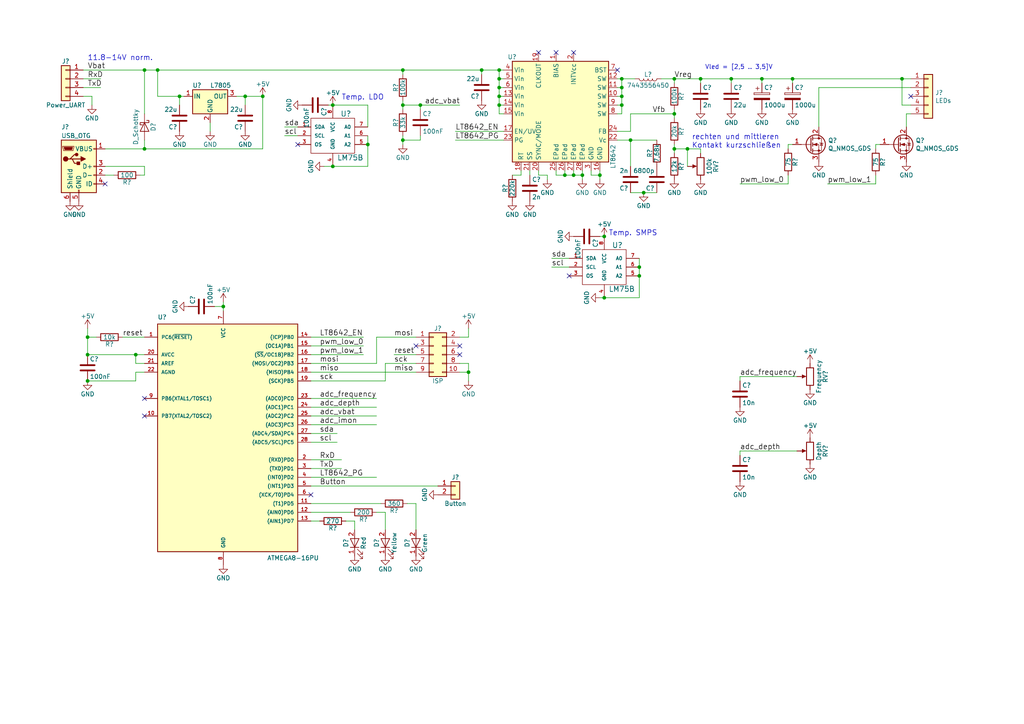
<source format=kicad_sch>
(kicad_sch (version 20211123) (generator eeschema)
  (paper "A4")
  (title_block (title "Waberinator") (date "2018-09-20") (rev "1") (company "Gras7 Labs"))
  (lib_symbols
    (symbol "Connector_Generic:Conn_01x05" (pin_names (offset 1.016) hide)
      (property "Reference" "J" (at 0 7.62 0))
      (property "Value" "Conn_01x05" (at 0 -7.62 0))
      (symbol "Conn_01x05_1_1"
        (pin passive line (at -5.08 5.08 0) (length 3.81) (name "Pin_1") (number "1"))
        (pin passive line (at -5.08 2.54 0) (length 3.81) (name "Pin_2") (number "2"))
        (pin passive line (at -5.08 0 0) (length 3.81) (name "Pin_3") (number "3"))
        (pin passive line (at -5.08 -2.54 0) (length 3.81) (name "Pin_4") (number "4"))
        (pin passive line (at -5.08 -5.08 0) (length 3.81) (name "Pin_5") (number "5"))
      )
    )
    (symbol "Device:Q_NMOS_GDS" (pin_names (offset 0) hide)
      (property "Reference" "Q" (at 5.08 1.27 0))
      (property "Value" "Q_NMOS_GDS" (at 5.08 -1.27 0))
      (symbol "Q_NMOS_GDS_1_1"
        (pin input line (at -5.08 0 0) (length 2.54) (name "G") (number "1"))
        (pin passive line (at 2.54 5.08 270) (length 2.54) (name "D") (number "2"))
        (pin passive line (at 2.54 -5.08 90) (length 2.54) (name "S") (number "3"))
      )
    )
    (symbol "Waberinator_rev1-rescue:+5V" (power) (pin_names (offset 0))
      (property "Value" "+5V" (at 0 3.556 0))
      (symbol "+5V_1_1"
        (pin power_in line (at 0 0 90) (length 0) hide (name "+5V") (number "1"))
      )
    )
    (symbol "Waberinator_rev1-rescue:ATMEGA8-16PU" (pin_names (offset 1.016))
      (property "Reference" "U" (at -19.05 33.02 0))
      (property "Value" "ATMEGA8-16PU" (at 12.7 -36.83 0))
      (symbol "ATMEGA8-16PU_1_1"
        (pin bidirectional line (at -22.86 27.94 0) (length 3.81) (name "PC6(~{RESET})") (number "1"))
        (pin bidirectional line (at -22.86 5.08 0) (length 3.81) (name "PB7(XTAL2/TOSC2)") (number "10"))
        (pin bidirectional line (at 25.4 -20.32 180) (length 3.81) (name "(T1)PD5") (number "11"))
        (pin bidirectional line (at 25.4 -22.86 180) (length 3.81) (name "(AIN0)PD6") (number "12"))
        (pin bidirectional line (at 25.4 -25.4 180) (length 3.81) (name "(AIN1)PD7") (number "13"))
        (pin bidirectional line (at 25.4 27.94 180) (length 3.81) (name "(ICP)PB0") (number "14"))
        (pin bidirectional line (at 25.4 25.4 180) (length 3.81) (name "(OC1A)PB1") (number "15"))
        (pin bidirectional line (at 25.4 22.86 180) (length 3.81) (name "(~{SS}/OC1B)PB2") (number "16"))
        (pin bidirectional line (at 25.4 20.32 180) (length 3.81) (name "(MOSI/OC2)PB3") (number "17"))
        (pin bidirectional line (at 25.4 17.78 180) (length 3.81) (name "(MISO)PB4") (number "18"))
        (pin bidirectional line (at 25.4 15.24 180) (length 3.81) (name "(SCK)PB5") (number "19"))
        (pin bidirectional line (at 25.4 -7.62 180) (length 3.81) (name "(RXD)PD0") (number "2"))
        (pin power_in line (at -22.86 22.86 0) (length 3.81) (name "AVCC") (number "20"))
        (pin bidirectional line (at -22.86 20.32 0) (length 3.81) (name "AREF") (number "21"))
        (pin power_in line (at -22.86 17.78 0) (length 3.81) (name "AGND") (number "22"))
        (pin bidirectional line (at 25.4 10.16 180) (length 3.81) (name "(ADC0)PC0") (number "23"))
        (pin bidirectional line (at 25.4 7.62 180) (length 3.81) (name "(ADC1)PC1") (number "24"))
        (pin bidirectional line (at 25.4 5.08 180) (length 3.81) (name "(ADC2)PC2") (number "25"))
        (pin bidirectional line (at 25.4 2.54 180) (length 3.81) (name "(ADC3)PC3") (number "26"))
        (pin bidirectional line (at 25.4 0 180) (length 3.81) (name "(ADC4/SDA)PC4") (number "27"))
        (pin bidirectional line (at 25.4 -2.54 180) (length 3.81) (name "(ADC5/SCL)PC5") (number "28"))
        (pin bidirectional line (at 25.4 -10.16 180) (length 3.81) (name "(TXD)PD1") (number "3"))
        (pin bidirectional line (at 25.4 -12.7 180) (length 3.81) (name "(INT0)PD2") (number "4"))
        (pin bidirectional line (at 25.4 -15.24 180) (length 3.81) (name "(INT1)PD3") (number "5"))
        (pin bidirectional line (at 25.4 -17.78 180) (length 3.81) (name "(XCK/T0)PD4") (number "6"))
        (pin power_in line (at 0 35.56 270) (length 3.81) (name "VCC") (number "7"))
        (pin power_in line (at 0 -38.1 90) (length 3.81) (name "GND") (number "8"))
        (pin bidirectional line (at -22.86 10.16 0) (length 3.81) (name "PB6(XTAL1/TOSC1)") (number "9"))
      )
    )
    (symbol "Waberinator_rev1-rescue:C" (pin_numbers hide) (pin_names (offset 0.254))
      (property "Reference" "C" (at 0.635 2.54 0))
      (property "Value" "C" (at 0.635 -2.54 0))
      (symbol "C_1_1"
        (pin passive line (at 0 3.81 270) (length 2.794) (name "~") (number "1"))
        (pin passive line (at 0 -3.81 90) (length 2.794) (name "~") (number "2"))
      )
    )
    (symbol "Waberinator_rev1-rescue:CP" (pin_numbers hide) (pin_names (offset 0.254))
      (property "Reference" "C" (at 0.635 2.54 0))
      (property "Value" "CP" (at 0.635 -2.54 0))
      (symbol "CP_1_1"
        (pin passive line (at 0 3.81 270) (length 2.794) (name "~") (number "1"))
        (pin passive line (at 0 -3.81 90) (length 2.794) (name "~") (number "2"))
      )
    )
    (symbol "Waberinator_rev1-rescue:Conn_01x02" (pin_names (offset 1.016) hide)
      (property "Reference" "J" (at 0 2.54 0))
      (property "Value" "Conn_01x02" (at 0 -5.08 0))
      (symbol "Conn_01x02_1_1"
        (pin passive line (at -5.08 0 0) (length 3.81) (name "Pin_1") (number "1"))
        (pin passive line (at -5.08 -2.54 0) (length 3.81) (name "Pin_2") (number "2"))
      )
    )
    (symbol "Waberinator_rev1-rescue:Conn_01x04" (pin_names (offset 1.016) hide)
      (property "Reference" "J" (at 0 5.08 0))
      (property "Value" "Conn_01x04" (at 0 -7.62 0))
      (symbol "Conn_01x04_1_1"
        (pin passive line (at -5.08 2.54 0) (length 3.81) (name "Pin_1") (number "1"))
        (pin passive line (at -5.08 0 0) (length 3.81) (name "Pin_2") (number "2"))
        (pin passive line (at -5.08 -2.54 0) (length 3.81) (name "Pin_3") (number "3"))
        (pin passive line (at -5.08 -5.08 0) (length 3.81) (name "Pin_4") (number "4"))
      )
    )
    (symbol "Waberinator_rev1-rescue:Conn_02x05_Odd_Even" (pin_names (offset 1.016) hide)
      (property "Reference" "J" (at 1.27 7.62 0))
      (property "Value" "Conn_02x05_Odd_Even" (at 1.27 -7.62 0))
      (symbol "Conn_02x05_Odd_Even_1_1"
        (pin passive line (at -5.08 5.08 0) (length 3.81) (name "Pin_1") (number "1"))
        (pin passive line (at 7.62 -5.08 180) (length 3.81) (name "Pin_10") (number "10"))
        (pin passive line (at 7.62 5.08 180) (length 3.81) (name "Pin_2") (number "2"))
        (pin passive line (at -5.08 2.54 0) (length 3.81) (name "Pin_3") (number "3"))
        (pin passive line (at 7.62 2.54 180) (length 3.81) (name "Pin_4") (number "4"))
        (pin passive line (at -5.08 0 0) (length 3.81) (name "Pin_5") (number "5"))
        (pin passive line (at 7.62 0 180) (length 3.81) (name "Pin_6") (number "6"))
        (pin passive line (at -5.08 -2.54 0) (length 3.81) (name "Pin_7") (number "7"))
        (pin passive line (at 7.62 -2.54 180) (length 3.81) (name "Pin_8") (number "8"))
        (pin passive line (at -5.08 -5.08 0) (length 3.81) (name "Pin_9") (number "9"))
      )
    )
    (symbol "Waberinator_rev1-rescue:D_Schottky" (pin_numbers hide) (pin_names (offset 1.016) hide)
      (property "Reference" "D" (at 0 2.54 0))
      (property "Value" "D_Schottky" (at 0 -2.54 0))
      (symbol "D_Schottky_1_1"
        (pin passive line (at -3.81 0 0) (length 2.54) (name "K") (number "1"))
        (pin passive line (at 3.81 0 180) (length 2.54) (name "A") (number "2"))
      )
    )
    (symbol "Waberinator_rev1-rescue:GND" (power) (pin_names (offset 0))
      (property "Value" "GND" (at 0 -3.81 0))
      (symbol "GND_1_1"
        (pin power_in line (at 0 0 270) (length 0) hide (name "GND") (number "1"))
      )
    )
    (symbol "Waberinator_rev1-rescue:L" (pin_numbers hide) (pin_names (offset 1.016) hide)
      (property "Reference" "L" (at -1.27 0 90))
      (property "Value" "L" (at 1.905 0 90))
      (symbol "L_1_1"
        (pin passive line (at 0 3.81 270) (length 1.27) (name "1") (number "1"))
        (pin passive line (at 0 -3.81 90) (length 1.27) (name "2") (number "2"))
      )
    )
    (symbol "Waberinator_rev1-rescue:L7805" (pin_names (offset 0.254))
      (property "Reference" "U" (at -3.81 3.175 0))
      (property "Value" "L7805" (at 0 3.175 0))
      (symbol "L7805_1_1"
        (pin power_in line (at -7.62 0 0) (length 2.54) (name "IN") (number "1"))
        (pin power_in line (at 0 -7.62 90) (length 2.54) (name "GND") (number "2"))
        (pin power_out line (at 7.62 0 180) (length 2.54) (name "OUT") (number "3"))
      )
    )
    (symbol "Waberinator_rev1-rescue:LED" (pin_names (offset 1.016) hide)
      (property "Reference" "D" (at 0 2.54 0))
      (property "Value" "LED" (at 0 -2.54 0))
      (symbol "LED_1_1"
        (pin passive line (at -3.81 0 0) (length 2.54) (name "K") (number "1"))
        (pin passive line (at 3.81 0 180) (length 2.54) (name "A") (number "2"))
      )
    )
    (symbol "Waberinator_rev1-rescue:LM75B" (pin_names (offset 1.016))
      (property "Reference" "U" (at 3.81 6.35 0))
      (property "Value" "LM75B" (at 5.08 -6.35 0))
      (symbol "LM75B_1_1"
        (pin input line (at -10.16 2.54 0) (length 3.81) (name "SDA") (number "1"))
        (pin input line (at -10.16 0 0) (length 3.81) (name "SCL") (number "2"))
        (pin input line (at -10.16 -2.54 0) (length 3.81) (name "OS") (number "3"))
        (pin input line (at 0 -8.89 90) (length 3.81) (name "GND") (number "4"))
        (pin input line (at 10.16 -2.54 180) (length 3.81) (name "A2") (number "5"))
        (pin input line (at 10.16 0 180) (length 3.81) (name "A1") (number "6"))
        (pin input line (at 10.16 2.54 180) (length 3.81) (name "A0") (number "7"))
        (pin input line (at 0 8.89 270) (length 3.81) (name "VCC") (number "8"))
      )
    )
    (symbol "Waberinator_rev1-rescue:LT8642"
      (property "Reference" "U" (at 5.08 -1.27 0))
      (property "Value" "LT8642" (at 35.56 -33.02 0))
      (symbol "LT8642_1_1"
        (pin input line (at 15.24 0 270) (length 2.54) (name "BIAS") (number "1"))
        (pin input line (at 33.02 -12.7 180) (length 2.54) (name "SW") (number "10"))
        (pin input line (at 33.02 -10.16 180) (length 2.54) (name "SW") (number "11"))
        (pin input line (at 33.02 -7.62 180) (length 2.54) (name "SW") (number "12"))
        (pin input line (at 0 -12.7 0) (length 2.54) (name "Vin") (number "13"))
        (pin input line (at 0 -15.24 0) (length 2.54) (name "Vin") (number "14"))
        (pin input line (at 0 -17.78 0) (length 2.54) (name "Vin") (number "15"))
        (pin input line (at 27.94 -34.29 90) (length 2.54) (name "GND") (number "16"))
        (pin input line (at 0 -22.86 0) (length 2.54) (name "EN/UV") (number "17"))
        (pin input line (at 5.08 -34.29 90) (length 2.54) (name "RT") (number "18"))
        (pin input line (at 10.16 0 270) (length 2.54) (name "CLKOUT") (number "19"))
        (pin input line (at 20.32 0 270) (length 2.54) (name "INTVcc") (number "2"))
        (pin input line (at 10.16 -34.29 90) (length 2.54) (name "SYNC/MODE") (number "20"))
        (pin input line (at 7.62 -34.29 90) (length 2.54) (name "SS") (number "21"))
        (pin input line (at 33.02 -25.4 180) (length 2.54) (name "Vc") (number "22"))
        (pin input line (at 0 -25.4 0) (length 2.54) (name "PG") (number "23"))
        (pin input line (at 33.02 -22.86 180) (length 2.54) (name "FB") (number "24"))
        (pin input line (at 15.24 -34.29 90) (length 2.54) (name "EPad") (number "25"))
        (pin input line (at 17.78 -34.29 90) (length 2.54) (name "EPad") (number "26"))
        (pin input line (at 20.32 -34.29 90) (length 2.54) (name "EPad") (number "27"))
        (pin input line (at 22.86 -34.29 90) (length 2.54) (name "EPad") (number "28"))
        (pin input line (at 25.4 -34.29 90) (length 2.54) (name "GND") (number "3"))
        (pin input line (at 0 -5.08 0) (length 2.54) (name "Vin") (number "4"))
        (pin input line (at 0 -7.62 0) (length 2.54) (name "Vin") (number "5"))
        (pin input line (at 0 -10.16 0) (length 2.54) (name "Vin") (number "6"))
        (pin input line (at 33.02 -5.08 180) (length 2.54) (name "BST") (number "7"))
        (pin input line (at 33.02 -17.78 180) (length 2.54) (name "SW") (number "8"))
        (pin input line (at 33.02 -15.24 180) (length 2.54) (name "SW") (number "9"))
      )
    )
    (symbol "Waberinator_rev1-rescue:POT" (pin_numbers hide) (pin_names (offset 1.016) hide)
      (property "Reference" "RV" (at -4.445 0 90))
      (property "Value" "POT" (at -2.54 0 90))
      (symbol "POT_1_1"
        (pin passive line (at 0 3.81 270) (length 1.27) (name "1") (number "1"))
        (pin passive line (at 3.81 0 180) (length 1.27) (name "2") (number "2"))
        (pin passive line (at 0 -3.81 90) (length 1.27) (name "3") (number "3"))
      )
    )
    (symbol "Waberinator_rev1-rescue:R" (pin_numbers hide) (pin_names (offset 0))
      (property "Reference" "R" (at 2.032 0 90))
      (property "Value" "R" (at 0 0 90))
      (symbol "R_1_1"
        (pin passive line (at 0 3.81 270) (length 1.27) (name "~") (number "1"))
        (pin passive line (at 0 -3.81 90) (length 1.27) (name "~") (number "2"))
      )
    )
    (symbol "Waberinator_rev1-rescue:USB_OTG" (pin_names (offset 1.016))
      (property "Reference" "J" (at -5.08 11.43 0))
      (property "Value" "USB_OTG" (at -5.08 8.89 0))
      (symbol "USB_OTG_1_1"
        (pin power_in line (at 7.62 5.08 180) (length 2.54) (name "VBUS") (number "1"))
        (pin passive line (at 7.62 -2.54 180) (length 2.54) (name "D-") (number "2"))
        (pin passive line (at 7.62 0 180) (length 2.54) (name "D+") (number "3"))
        (pin passive line (at 7.62 -5.08 180) (length 2.54) (name "ID") (number "4"))
        (pin power_in line (at 0 -10.16 90) (length 2.54) (name "GND") (number "5"))
        (pin passive line (at -2.54 -10.16 90) (length 2.54) (name "Shield") (number "6"))
      )
    )
  )
  (junction (at 144.78 22.86))
  (junction (at 173.99 50.8))
  (junction (at 180.34 30.48))
  (junction (at 166.37 50.8))
  (junction (at 144.78 27.94))
  (junction (at 139.7 20.32))
  (junction (at 64.77 88.9))
  (junction (at 182.88 40.64))
  (junction (at 96.52 48.26))
  (junction (at 45.72 20.32))
  (junction (at 185.42 77.47))
  (junction (at 76.2 27.94))
  (junction (at 195.58 22.86))
  (junction (at 144.78 20.32))
  (junction (at 25.4 110.49))
  (junction (at 180.34 25.4))
  (junction (at 41.91 20.32))
  (junction (at 25.4 102.87))
  (junction (at 186.69 55.88))
  (junction (at 121.92 30.48))
  (junction (at 144.78 30.48))
  (junction (at 212.09 22.86))
  (junction (at 175.26 68.58))
  (junction (at 168.91 50.8))
  (junction (at 220.98 22.86))
  (junction (at 229.87 22.86))
  (junction (at 180.34 22.86))
  (junction (at 163.83 50.8))
  (junction (at 25.4 97.79))
  (junction (at 261.62 22.86))
  (junction (at 185.42 80.01))
  (junction (at 195.58 33.02))
  (junction (at 116.84 20.32))
  (junction (at 116.84 40.64))
  (junction (at 116.84 30.48))
  (junction (at 144.78 25.4))
  (junction (at 180.34 27.94))
  (junction (at 203.2 22.86))
  (junction (at 175.26 86.36))
  (junction (at 41.91 43.18))
  (junction (at 71.12 27.94))
  (junction (at 52.07 27.94))
  (junction (at 96.52 30.48))
  (junction (at 195.58 43.18))
  (junction (at 135.89 107.95))
  (junction (at 39.37 102.87))
  (junction (at 199.39 43.18))
  (junction (at 106.68 41.91))
  (no_connect (at 133.35 100.33))
  (no_connect (at 264.16 27.94))
  (no_connect (at 90.17 143.51))
  (no_connect (at 41.91 115.57))
  (no_connect (at 30.48 53.34))
  (no_connect (at 120.65 100.33))
  (no_connect (at 156.21 15.24))
  (no_connect (at 161.29 15.24))
  (no_connect (at 41.91 120.65))
  (no_connect (at 166.37 15.24))
  (no_connect (at 179.07 20.32))
  (no_connect (at 165.1 80.01))
  (no_connect (at 86.36 41.91))
  (no_connect (at 133.35 102.87))
  (wire (pts (xy 156.21 49.53) (xy 156.21 50.8)))
  (wire (pts (xy 71.12 27.94) (xy 68.58 27.94)))
  (wire (pts (xy 116.84 40.64) (xy 121.92 40.64)))
  (wire (pts (xy 135.89 105.41) (xy 135.89 107.95)))
  (wire (pts (xy 168.91 50.8) (xy 166.37 50.8)))
  (wire (pts (xy 182.88 40.64) (xy 190.5 40.64)))
  (wire (pts (xy 139.7 21.59) (xy 139.7 20.32)))
  (wire (pts (xy 184.15 22.86) (xy 180.34 22.86)))
  (wire (pts (xy 173.99 50.8) (xy 173.99 49.53)))
  (wire (pts (xy 237.49 25.4) (xy 237.49 36.83)))
  (wire (pts (xy 214.63 132.08) (xy 214.63 130.81)))
  (wire (pts (xy 76.2 27.94) (xy 76.2 43.18)))
  (wire (pts (xy 163.83 49.53) (xy 163.83 50.8)))
  (wire (pts (xy 52.07 27.94) (xy 45.72 27.94)))
  (wire (pts (xy 185.42 77.47) (xy 185.42 80.01)))
  (wire (pts (xy 41.91 20.32) (xy 45.72 20.32)))
  (wire (pts (xy 33.02 50.8) (xy 30.48 50.8)))
  (wire (pts (xy 199.39 43.18) (xy 195.58 43.18)))
  (wire (pts (xy 39.37 102.87) (xy 41.91 102.87)))
  (wire (pts (xy 64.77 87.63) (xy 64.77 88.9)))
  (wire (pts (xy 146.05 22.86) (xy 144.78 22.86)))
  (wire (pts (xy 25.4 95.25) (xy 25.4 97.79)))
  (wire (pts (xy 166.37 49.53) (xy 166.37 50.8)))
  (wire (pts (xy 120.65 146.05) (xy 120.65 153.67)))
  (wire (pts (xy 106.68 48.26) (xy 96.52 48.26)))
  (wire (pts (xy 96.52 48.26) (xy 93.98 48.26)))
  (wire (pts (xy 24.13 25.4) (xy 29.21 25.4)))
  (wire (pts (xy 25.4 102.87) (xy 39.37 102.87)))
  (wire (pts (xy 151.13 49.53) (xy 151.13 50.8)))
  (wire (pts (xy 90.17 105.41) (xy 109.22 105.41)))
  (wire (pts (xy 195.58 22.86) (xy 195.58 24.13)))
  (wire (pts (xy 100.33 151.13) (xy 102.87 151.13)))
  (wire (pts (xy 171.45 49.53) (xy 171.45 50.8)))
  (wire (pts (xy 109.22 97.79) (xy 120.65 97.79)))
  (wire (pts (xy 146.05 33.02) (xy 144.78 33.02)))
  (wire (pts (xy 180.34 25.4) (xy 180.34 27.94)))
  (wire (pts (xy 199.39 43.18) (xy 199.39 48.26)))
  (wire (pts (xy 180.34 33.02) (xy 179.07 33.02)))
  (wire (pts (xy 144.78 27.94) (xy 144.78 25.4)))
  (wire (pts (xy 106.68 39.37) (xy 106.68 41.91)))
  (wire (pts (xy 135.89 107.95) (xy 133.35 107.95)))
  (wire (pts (xy 90.17 140.97) (xy 127 140.97)))
  (wire (pts (xy 76.2 27.94) (xy 71.12 27.94)))
  (wire (pts (xy 179.07 25.4) (xy 180.34 25.4)))
  (wire (pts (xy 182.88 33.02) (xy 195.58 33.02)))
  (wire (pts (xy 111.76 105.41) (xy 111.76 110.49)))
  (wire (pts (xy 203.2 43.18) (xy 199.39 43.18)))
  (wire (pts (xy 90.17 115.57) (xy 109.22 115.57)))
  (wire (pts (xy 39.37 110.49) (xy 25.4 110.49)))
  (wire (pts (xy 144.78 33.02) (xy 144.78 30.48)))
  (wire (pts (xy 182.88 48.26) (xy 182.88 40.64)))
  (wire (pts (xy 185.42 86.36) (xy 175.26 86.36)))
  (wire (pts (xy 90.17 110.49) (xy 111.76 110.49)))
  (wire (pts (xy 110.49 146.05) (xy 90.17 146.05)))
  (wire (pts (xy 96.52 30.48) (xy 106.68 30.48)))
  (wire (pts (xy 45.72 20.32) (xy 116.84 20.32)))
  (wire (pts (xy 41.91 107.95) (xy 39.37 107.95)))
  (wire (pts (xy 111.76 105.41) (xy 120.65 105.41)))
  (wire (pts (xy 229.87 22.86) (xy 229.87 24.13)))
  (wire (pts (xy 90.17 125.73) (xy 97.79 125.73)))
  (wire (pts (xy 156.21 50.8) (xy 158.75 50.8)))
  (wire (pts (xy 132.08 40.64) (xy 146.05 40.64)))
  (wire (pts (xy 109.22 148.59) (xy 111.76 148.59)))
  (wire (pts (xy 212.09 24.13) (xy 212.09 22.86)))
  (wire (pts (xy 158.75 50.8) (xy 158.75 52.07)))
  (wire (pts (xy 90.17 128.27) (xy 97.79 128.27)))
  (wire (pts (xy 90.17 151.13) (xy 92.71 151.13)))
  (wire (pts (xy 171.45 50.8) (xy 173.99 50.8)))
  (wire (pts (xy 118.11 146.05) (xy 120.65 146.05)))
  (wire (pts (xy 195.58 33.02) (xy 195.58 34.29)))
  (wire (pts (xy 195.58 41.91) (xy 195.58 43.18)))
  (wire (pts (xy 146.05 27.94) (xy 144.78 27.94)))
  (wire (pts (xy 185.42 80.01) (xy 185.42 86.36)))
  (wire (pts (xy 203.2 44.45) (xy 203.2 43.18)))
  (wire (pts (xy 203.2 24.13) (xy 203.2 22.86)))
  (wire (pts (xy 264.16 33.02) (xy 262.89 33.02)))
  (wire (pts (xy 190.5 55.88) (xy 186.69 55.88)))
  (wire (pts (xy 24.13 27.94) (xy 26.67 27.94)))
  (wire (pts (xy 264.16 30.48) (xy 261.62 30.48)))
  (wire (pts (xy 121.92 40.64) (xy 121.92 39.37)))
  (wire (pts (xy 25.4 97.79) (xy 27.94 97.79)))
  (wire (pts (xy 165.1 74.93) (xy 160.02 74.93)))
  (wire (pts (xy 116.84 20.32) (xy 139.7 20.32)))
  (wire (pts (xy 111.76 148.59) (xy 111.76 153.67)))
  (wire (pts (xy 173.99 52.07) (xy 173.99 50.8)))
  (wire (pts (xy 121.92 31.75) (xy 121.92 30.48)))
  (wire (pts (xy 30.48 48.26) (xy 41.91 48.26)))
  (wire (pts (xy 180.34 30.48) (xy 180.34 33.02)))
  (wire (pts (xy 105.41 100.33) (xy 90.17 100.33)))
  (wire (pts (xy 254 53.34) (xy 254 50.8)))
  (wire (pts (xy 195.58 43.18) (xy 195.58 44.45)))
  (wire (pts (xy 45.72 27.94) (xy 45.72 20.32)))
  (wire (pts (xy 26.67 27.94) (xy 26.67 30.48)))
  (wire (pts (xy 64.77 88.9) (xy 62.23 88.9)))
  (wire (pts (xy 220.98 22.86) (xy 220.98 24.13)))
  (wire (pts (xy 144.78 25.4) (xy 144.78 22.86)))
  (wire (pts (xy 261.62 22.86) (xy 229.87 22.86)))
  (wire (pts (xy 109.22 97.79) (xy 109.22 105.41)))
  (wire (pts (xy 228.6 43.18) (xy 228.6 41.91)))
  (wire (pts (xy 135.89 97.79) (xy 135.89 95.25)))
  (wire (pts (xy 64.77 88.9) (xy 64.77 90.17)))
  (wire (pts (xy 144.78 22.86) (xy 144.78 20.32)))
  (wire (pts (xy 179.07 38.1) (xy 182.88 38.1)))
  (wire (pts (xy 135.89 107.95) (xy 135.89 110.49)))
  (wire (pts (xy 116.84 41.91) (xy 116.84 40.64)))
  (wire (pts (xy 90.17 138.43) (xy 109.22 138.43)))
  (wire (pts (xy 30.48 43.18) (xy 41.91 43.18)))
  (wire (pts (xy 99.06 135.89) (xy 90.17 135.89)))
  (wire (pts (xy 168.91 49.53) (xy 168.91 50.8)))
  (wire (pts (xy 173.99 68.58) (xy 175.26 68.58)))
  (wire (pts (xy 228.6 53.34) (xy 228.6 50.8)))
  (wire (pts (xy 102.87 151.13) (xy 102.87 153.67)))
  (wire (pts (xy 214.63 110.49) (xy 214.63 109.22)))
  (wire (pts (xy 163.83 50.8) (xy 161.29 50.8)))
  (wire (pts (xy 160.02 77.47) (xy 165.1 77.47)))
  (wire (pts (xy 41.91 20.32) (xy 41.91 33.02)))
  (wire (pts (xy 116.84 30.48) (xy 116.84 29.21)))
  (wire (pts (xy 195.58 22.86) (xy 203.2 22.86)))
  (wire (pts (xy 106.68 30.48) (xy 106.68 36.83)))
  (wire (pts (xy 95.25 30.48) (xy 96.52 30.48)))
  (wire (pts (xy 161.29 50.8) (xy 161.29 49.53)))
  (wire (pts (xy 146.05 25.4) (xy 144.78 25.4)))
  (wire (pts (xy 90.17 133.35) (xy 99.06 133.35)))
  (wire (pts (xy 264.16 25.4) (xy 237.49 25.4)))
  (wire (pts (xy 212.09 22.86) (xy 220.98 22.86)))
  (wire (pts (xy 254 43.18) (xy 254 41.91)))
  (wire (pts (xy 214.63 109.22) (xy 231.14 109.22)))
  (wire (pts (xy 114.3 102.87) (xy 120.65 102.87)))
  (wire (pts (xy 179.07 27.94) (xy 180.34 27.94)))
  (wire (pts (xy 195.58 31.75) (xy 195.58 33.02)))
  (wire (pts (xy 24.13 20.32) (xy 41.91 20.32)))
  (wire (pts (xy 86.36 36.83) (xy 82.55 36.83)))
  (wire (pts (xy 203.2 22.86) (xy 212.09 22.86)))
  (wire (pts (xy 41.91 40.64) (xy 41.91 43.18)))
  (wire (pts (xy 179.07 40.64) (xy 182.88 40.64)))
  (wire (pts (xy 175.26 86.36) (xy 173.99 86.36)))
  (wire (pts (xy 133.35 105.41) (xy 135.89 105.41)))
  (wire (pts (xy 144.78 30.48) (xy 144.78 27.94)))
  (wire (pts (xy 228.6 41.91) (xy 229.87 41.91)))
  (wire (pts (xy 60.96 38.1) (xy 60.96 35.56)))
  (wire (pts (xy 214.63 53.34) (xy 228.6 53.34)))
  (wire (pts (xy 121.92 30.48) (xy 133.35 30.48)))
  (wire (pts (xy 254 41.91) (xy 255.27 41.91)))
  (wire (pts (xy 262.89 33.02) (xy 262.89 36.83)))
  (wire (pts (xy 116.84 40.64) (xy 116.84 39.37)))
  (wire (pts (xy 168.91 52.07) (xy 168.91 50.8)))
  (wire (pts (xy 53.34 27.94) (xy 52.07 27.94)))
  (wire (pts (xy 264.16 22.86) (xy 261.62 22.86)))
  (wire (pts (xy 182.88 38.1) (xy 182.88 33.02)))
  (wire (pts (xy 146.05 30.48) (xy 144.78 30.48)))
  (wire (pts (xy 179.07 30.48) (xy 180.34 30.48)))
  (wire (pts (xy 116.84 30.48) (xy 121.92 30.48)))
  (wire (pts (xy 39.37 105.41) (xy 39.37 102.87)))
  (wire (pts (xy 25.4 97.79) (xy 25.4 102.87)))
  (wire (pts (xy 261.62 30.48) (xy 261.62 22.86)))
  (wire (pts (xy 166.37 50.8) (xy 163.83 50.8)))
  (wire (pts (xy 41.91 105.41) (xy 39.37 105.41)))
  (wire (pts (xy 214.63 130.81) (xy 231.14 130.81)))
  (wire (pts (xy 41.91 50.8) (xy 40.64 50.8)))
  (wire (pts (xy 39.37 107.95) (xy 39.37 110.49)))
  (wire (pts (xy 90.17 107.95) (xy 120.65 107.95)))
  (wire (pts (xy 180.34 22.86) (xy 180.34 25.4)))
  (wire (pts (xy 116.84 21.59) (xy 116.84 20.32)))
  (wire (pts (xy 240.03 53.34) (xy 254 53.34)))
  (wire (pts (xy 52.07 30.48) (xy 52.07 27.94)))
  (wire (pts (xy 139.7 20.32) (xy 144.78 20.32)))
  (wire (pts (xy 41.91 97.79) (xy 35.56 97.79)))
  (wire (pts (xy 90.17 148.59) (xy 101.6 148.59)))
  (wire (pts (xy 116.84 31.75) (xy 116.84 30.48)))
  (wire (pts (xy 180.34 27.94) (xy 180.34 30.48)))
  (wire (pts (xy 106.68 41.91) (xy 106.68 48.26)))
  (wire (pts (xy 82.55 39.37) (xy 86.36 39.37)))
  (wire (pts (xy 133.35 97.79) (xy 135.89 97.79)))
  (wire (pts (xy 186.69 55.88) (xy 182.88 55.88)))
  (wire (pts (xy 71.12 27.94) (xy 71.12 30.48)))
  (wire (pts (xy 109.22 118.11) (xy 90.17 118.11)))
  (wire (pts (xy 144.78 20.32) (xy 146.05 20.32)))
  (wire (pts (xy 132.08 38.1) (xy 146.05 38.1)))
  (wire (pts (xy 24.13 22.86) (xy 29.21 22.86)))
  (wire (pts (xy 109.22 120.65) (xy 90.17 120.65)))
  (wire (pts (xy 185.42 74.93) (xy 185.42 77.47)))
  (wire (pts (xy 90.17 102.87) (xy 105.41 102.87)))
  (wire (pts (xy 179.07 22.86) (xy 180.34 22.86)))
  (wire (pts (xy 153.67 50.8) (xy 153.67 49.53)))
  (wire (pts (xy 220.98 22.86) (xy 229.87 22.86)))
  (wire (pts (xy 90.17 97.79) (xy 105.41 97.79)))
  (wire (pts (xy 191.77 22.86) (xy 195.58 22.86)))
  (wire (pts (xy 109.22 123.19) (xy 90.17 123.19)))
  (wire (pts (xy 41.91 48.26) (xy 41.91 50.8)))
  (wire (pts (xy 41.91 43.18) (xy 76.2 43.18)))
  (wire (pts (xy 151.13 50.8) (xy 148.59 50.8)))
  (text "Temp. LDO" (at 99.06 29.21 0) (effects (font (size 1.524 1.524)) (justify left bottom)))
  (text "Temp. SMPS" (at 176.53 68.58 0) (effects (font (size 1.524 1.524)) (justify left bottom)))
  (text "Vled = [2,5 .. 3,5]V" (at 204.47 20.32 0) (effects (font (size 1.27 1.27)) (justify left bottom)))
  (text "rechten und mittleren \nKontakt kurzschließen" (at 200.66 43.18 0) (effects (font (size 1.524 1.524)) (justify left bottom)))
  (text "11.8-14V norm." (at 25.4 17.78 0) (effects (font (size 1.524 1.524)) (justify left bottom)))
  (label "Vfb" (at 189.23 33.02 0) (effects (font (size 1.524 1.524))))
  (label "sda" (at 82.55 36.83 0) (effects (font (size 1.524 1.524))))
  (label "reset" (at 114.3 102.87 0) (effects (font (size 1.524 1.524))))
  (label "adc_frequency" (at 214.63 109.22 0) (effects (font (size 1.524 1.524))))
  (label "pwm_low_0" (at 92.71 100.33 0) (effects (font (size 1.524 1.524))))
  (label "pwm_low_0" (at 214.63 53.34 0) (effects (font (size 1.524 1.524))))
  (label "adc_depth" (at 92.71 118.11 0) (effects (font (size 1.524 1.524))))
  (label "mosi" (at 114.3 97.79 0) (effects (font (size 1.524 1.524))))
  (label "pwm_low_1" (at 92.71 102.87 0) (effects (font (size 1.524 1.524))))
  (label "adc_vbat" (at 92.71 120.65 0) (effects (font (size 1.524 1.524))))
  (label "Button" (at 92.71 140.97 0) (effects (font (size 1.524 1.524))))
  (label "scl" (at 160.02 77.47 0) (effects (font (size 1.524 1.524))))
  (label "mosi" (at 92.71 105.41 0) (effects (font (size 1.524 1.524))))
  (label "sda" (at 160.02 74.93 0) (effects (font (size 1.524 1.524))))
  (label "sda" (at 92.71 125.73 0) (effects (font (size 1.524 1.524))))
  (label "TxD" (at 25.4 25.4 0) (effects (font (size 1.524 1.524))))
  (label "LT8642_EN" (at 132.08 38.1 0) (effects (font (size 1.524 1.524))))
  (label "TxD" (at 92.71 135.89 0) (effects (font (size 1.524 1.524))))
  (label "sck" (at 92.71 110.49 0) (effects (font (size 1.524 1.524))))
  (label "Vreg" (at 195.58 22.86 0) (effects (font (size 1.524 1.524))))
  (label "Vbat" (at 25.4 20.32 0) (effects (font (size 1.524 1.524))))
  (label "RxD" (at 92.71 133.35 0) (effects (font (size 1.524 1.524))))
  (label "sck" (at 114.3 105.41 0) (effects (font (size 1.524 1.524))))
  (label "miso" (at 114.3 107.95 0) (effects (font (size 1.524 1.524))))
  (label "scl" (at 92.71 128.27 0) (effects (font (size 1.524 1.524))))
  (label "miso" (at 92.71 107.95 0) (effects (font (size 1.524 1.524))))
  (label "reset" (at 35.56 97.79 0) (effects (font (size 1.524 1.524))))
  (label "adc_depth" (at 214.63 130.81 0) (effects (font (size 1.524 1.524))))
  (label "LT8642_EN" (at 92.71 97.79 0) (effects (font (size 1.524 1.524))))
  (label "scl" (at 82.55 39.37 0) (effects (font (size 1.524 1.524))))
  (label "pwm_low_1" (at 240.03 53.34 0) (effects (font (size 1.524 1.524))))
  (label "LT8642_PG" (at 132.08 40.64 0) (effects (font (size 1.524 1.524))))
  (label "adc_frequency" (at 92.71 115.57 0) (effects (font (size 1.524 1.524))))
  (label "RxD" (at 25.4 22.86 0) (effects (font (size 1.524 1.524))))
  (label "adc_imon" (at 92.71 123.19 0) (effects (font (size 1.524 1.524))))
  (label "adc_vbat" (at 123.19 30.48 0) (effects (font (size 1.524 1.524))))
  (label "LT8642_PG" (at 92.71 138.43 0) (effects (font (size 1.524 1.524))))
  (symbol (lib_id "Waberinator_rev1-rescue:ATMEGA8-16PU") (at 64.77 125.73 0) (unit 1)
    (property "Reference" "U?" (at 45.72 92.71 0) (effects (justify left bottom)))
    (property "Value" "ATMEGA8-16PU" (at 77.47 162.56 0) (effects (justify left bottom)))
    (property "Footprint" "Package_DIP:DIP-28_W7.62mm_Socket_LongPads" (effects hide))
  )
  (symbol (lib_id "Waberinator_rev1-rescue:L7805") (at 60.96 27.94 0) (unit 1)
    (property "Reference" "U?" (at 57.15 24.765 0))
    (property "Value" "L7805" (at 60.96 24.765 0) (effects (justify left)))
    (property "Footprint" "Package_TO_SOT_THT:TO-220F-3_Horizontal_TabDown" (effects hide))
  )
  (symbol (lib_id "Waberinator_rev1-rescue:Conn_01x04") (at 19.05 22.86 0) (mirror y) (unit 1)
    (property "Reference" "J?" (at 19.05 17.78 0))
    (property "Value" "Power_UART" (at 19.05 30.48 0))
    (property "Footprint" "Connector_JST:JST_XH_B04B-XH-A_1x04_P2.50mm_Vertical" (effects hide))
  )
  (symbol (lib_id "Waberinator_rev1-rescue:GND") (at 26.67 30.48 0) (unit 1)
    (property "Reference" "#PWR?" (effects hide))
    (property "Value" "GND" (at 26.67 34.29 0))
  )
  (symbol (lib_id "Waberinator_rev1-rescue:GND") (at 60.96 38.1 0) (unit 1)
    (property "Reference" "#PWR?" (effects hide))
    (property "Value" "GND" (at 60.96 41.91 0))
  )
  (symbol (lib_id "Waberinator_rev1-rescue:+5V") (at 76.2 27.94 0) (unit 1)
    (property "Reference" "#PWR?" (effects hide))
    (property "Value" "+5V" (at 76.2 24.384 0))
  )
  (symbol (lib_id "Waberinator_rev1-rescue:+5V") (at 64.77 87.63 0) (unit 1)
    (property "Reference" "#PWR?" (effects hide))
    (property "Value" "+5V" (at 64.77 84.074 0))
  )
  (symbol (lib_id "Waberinator_rev1-rescue:Conn_02x05_Odd_Even") (at 125.73 102.87 0) (unit 1)
    (property "Reference" "J?" (at 127 95.25 0))
    (property "Value" "ISP" (at 127 110.49 0))
    (property "Footprint" "Connector_Molex:Molex_Mega-Fit_76829-0110_2x05_P5.70mm_Vertical" (effects hide))
  )
  (symbol (lib_id "Waberinator_rev1-rescue:+5V") (at 135.89 95.25 0) (unit 1)
    (property "Reference" "#PWR?" (effects hide))
    (property "Value" "+5V" (at 135.89 91.694 0))
  )
  (symbol (lib_id "Waberinator_rev1-rescue:GND") (at 135.89 110.49 0) (unit 1)
    (property "Reference" "#PWR?" (effects hide))
    (property "Value" "GND" (at 135.89 114.3 0))
  )
  (symbol (lib_id "Waberinator_rev1-rescue:R") (at 31.75 97.79 270) (unit 1)
    (property "Reference" "R?" (at 31.75 99.822 90))
    (property "Value" "10k" (at 31.75 97.79 90))
  )
  (symbol (lib_id "Waberinator_rev1-rescue:+5V") (at 25.4 95.25 0) (unit 1)
    (property "Reference" "#PWR?" (effects hide))
    (property "Value" "+5V" (at 25.4 91.694 0))
  )
  (symbol (lib_id "Waberinator_rev1-rescue:C") (at 25.4 106.68 0) (unit 1)
    (property "Reference" "C?" (at 26.035 104.14 0) (effects (justify left)))
    (property "Value" "100nF" (at 26.035 109.22 0) (effects (justify left)))
  )
  (symbol (lib_id "Waberinator_rev1-rescue:GND") (at 25.4 110.49 0) (unit 1)
    (property "Reference" "#PWR?" (effects hide))
    (property "Value" "GND" (at 25.4 114.3 0))
  )
  (symbol (lib_id "Waberinator_rev1-rescue:C") (at 58.42 88.9 90) (unit 1)
    (property "Reference" "C?" (at 55.88 88.265 0) (effects (justify left)))
    (property "Value" "100nF" (at 60.96 88.265 0) (effects (justify left)))
  )
  (symbol (lib_id "Waberinator_rev1-rescue:GND") (at 54.61 88.9 270) (unit 1)
    (property "Reference" "#PWR?" (effects hide))
    (property "Value" "GND" (at 50.8 88.9 0))
  )
  (symbol (lib_id "Waberinator_rev1-rescue:LED") (at 102.87 157.48 90) (unit 1)
    (property "Reference" "D?" (at 100.33 157.48 0))
    (property "Value" "Red" (at 105.41 157.48 0))
  )
  (symbol (lib_id "Waberinator_rev1-rescue:LED") (at 111.76 157.48 90) (unit 1)
    (property "Reference" "D?" (at 109.22 157.48 0))
    (property "Value" "Yellow" (at 114.3 157.48 0))
  )
  (symbol (lib_id "Waberinator_rev1-rescue:LED") (at 120.65 157.48 90) (unit 1)
    (property "Reference" "D?" (at 118.11 157.48 0))
    (property "Value" "Green" (at 123.19 157.48 0))
  )
  (symbol (lib_id "Waberinator_rev1-rescue:R") (at 96.52 151.13 270) (unit 1)
    (property "Reference" "R?" (at 96.52 153.162 90))
    (property "Value" "270" (at 96.52 151.13 90))
  )
  (symbol (lib_id "Waberinator_rev1-rescue:R") (at 105.41 148.59 270) (unit 1)
    (property "Reference" "R?" (at 105.41 150.622 90))
    (property "Value" "200" (at 105.41 148.59 90))
  )
  (symbol (lib_id "Waberinator_rev1-rescue:R") (at 114.3 146.05 270) (unit 1)
    (property "Reference" "R?" (at 114.3 148.082 90))
    (property "Value" "360" (at 114.3 146.05 90))
  )
  (symbol (lib_id "Waberinator_rev1-rescue:GND") (at 64.77 163.83 0) (unit 1)
    (property "Reference" "#PWR?" (effects hide))
    (property "Value" "GND" (at 64.77 167.64 0))
  )
  (symbol (lib_id "Waberinator_rev1-rescue:GND") (at 102.87 161.29 0) (unit 1)
    (property "Reference" "#PWR?" (effects hide))
    (property "Value" "GND" (at 102.87 165.1 0))
  )
  (symbol (lib_id "Waberinator_rev1-rescue:GND") (at 111.76 161.29 0) (unit 1)
    (property "Reference" "#PWR?" (effects hide))
    (property "Value" "GND" (at 111.76 165.1 0))
  )
  (symbol (lib_id "Waberinator_rev1-rescue:GND") (at 120.65 161.29 0) (unit 1)
    (property "Reference" "#PWR?" (effects hide))
    (property "Value" "GND" (at 120.65 165.1 0))
  )
  (symbol (lib_id "Waberinator_rev1-rescue:Conn_01x02") (at 132.08 140.97 0) (unit 1)
    (property "Reference" "J?" (at 132.08 138.43 0))
    (property "Value" "Button" (at 132.08 146.05 0))
    (property "Footprint" "Connector_JST:JST_XH_B02B-XH-A_1x02_P2.50mm_Vertical" (effects hide))
  )
  (symbol (lib_id "Waberinator_rev1-rescue:GND") (at 127 143.51 270) (unit 1)
    (property "Reference" "#PWR?" (effects hide))
    (property "Value" "GND" (at 123.19 143.51 0))
  )
  (symbol (lib_id "Waberinator_rev1-rescue:POT") (at 234.95 109.22 0) (mirror y) (unit 1)
    (property "Reference" "RV?" (at 239.395 109.22 90))
    (property "Value" "Frequency" (at 237.49 109.22 90))
    (property "Footprint" "Potentiometer_THT:Potentiometer_Alps_RK097_Single_Horizontal" (effects hide))
  )
  (symbol (lib_id "Waberinator_rev1-rescue:POT") (at 234.95 130.81 0) (mirror y) (unit 1)
    (property "Reference" "RV?" (at 239.395 130.81 90))
    (property "Value" "Depth" (at 237.49 130.81 90))
    (property "Footprint" "Potentiometer_THT:Potentiometer_Alps_RK097_Single_Horizontal" (effects hide))
  )
  (symbol (lib_id "Waberinator_rev1-rescue:GND") (at 234.95 113.03 0) (unit 1)
    (property "Reference" "#PWR?" (effects hide))
    (property "Value" "GND" (at 234.95 116.84 0))
  )
  (symbol (lib_id "Waberinator_rev1-rescue:GND") (at 234.95 134.62 0) (unit 1)
    (property "Reference" "#PWR?" (effects hide))
    (property "Value" "GND" (at 234.95 138.43 0))
  )
  (symbol (lib_id "Waberinator_rev1-rescue:+5V") (at 234.95 105.41 0) (unit 1)
    (property "Reference" "#PWR?" (effects hide))
    (property "Value" "+5V" (at 234.95 101.854 0))
  )
  (symbol (lib_id "Waberinator_rev1-rescue:+5V") (at 234.95 127 0) (unit 1)
    (property "Reference" "#PWR?" (effects hide))
    (property "Value" "+5V" (at 234.95 123.444 0))
  )
  (symbol (lib_id "Waberinator_rev1-rescue:C") (at 214.63 135.89 0) (unit 1)
    (property "Reference" "C?" (at 215.265 133.35 0) (effects (justify left)))
    (property "Value" "10n" (at 215.265 138.43 0) (effects (justify left)))
  )
  (symbol (lib_id "Waberinator_rev1-rescue:C") (at 214.63 114.3 0) (unit 1)
    (property "Reference" "C?" (at 215.265 111.76 0) (effects (justify left)))
    (property "Value" "10n" (at 215.265 116.84 0) (effects (justify left)))
  )
  (symbol (lib_id "Waberinator_rev1-rescue:GND") (at 214.63 139.7 0) (unit 1)
    (property "Reference" "#PWR?" (effects hide))
    (property "Value" "GND" (at 214.63 143.51 0))
  )
  (symbol (lib_id "Waberinator_rev1-rescue:GND") (at 214.63 118.11 0) (unit 1)
    (property "Reference" "#PWR?" (effects hide))
    (property "Value" "GND" (at 214.63 121.92 0))
  )
  (symbol (lib_id "Waberinator_rev1-rescue:USB_OTG") (at 22.86 48.26 0) (unit 1)
    (property "Reference" "J?" (at 17.78 36.83 0) (effects (justify left)))
    (property "Value" "USB_OTG" (at 17.78 39.37 0) (effects (justify left)))
    (property "Footprint" "Connector_USB:USB_Micro-B_Molex-105017-0001" (effects hide))
  )
  (symbol (lib_id "Waberinator_rev1-rescue:R") (at 36.83 50.8 270) (unit 1)
    (property "Reference" "R?" (at 36.83 52.832 90))
    (property "Value" "100" (at 36.83 50.8 90))
    (property "Footprint" "Resistor_SMD:R_0603_1608Metric_Pad1.05x0.95mm_HandSolder" (effects hide))
  )
  (symbol (lib_id "Waberinator_rev1-rescue:GND") (at 22.86 58.42 0) (unit 1)
    (property "Reference" "#PWR?" (effects hide))
    (property "Value" "GND" (at 22.86 62.23 0))
  )
  (symbol (lib_id "Waberinator_rev1-rescue:GND") (at 20.32 58.42 0) (unit 1)
    (property "Reference" "#PWR?" (effects hide))
    (property "Value" "GND" (at 20.32 62.23 0))
  )
  (symbol (lib_id "Waberinator_rev1-rescue:LM75B") (at 96.52 39.37 0) (unit 1)
    (property "Reference" "U?" (at 100.33 33.02 0) (effects (font (size 1.524 1.524))))
    (property "Value" "LM75B" (at 101.6 45.72 0) (effects (font (size 1.524 1.524))))
    (property "Footprint" "Package_SO:SOIC-8_3.9x4.9mm_P1.27mm" (effects hide))
  )
  (symbol (lib_id "Waberinator_rev1-rescue:C") (at 91.44 30.48 270) (unit 1)
    (property "Reference" "C?" (at 93.98 31.115 0) (effects (justify left)))
    (property "Value" "100nF" (at 88.9 31.115 0) (effects (justify left)))
    (property "Footprint" "Capacitor_SMD:C_0603_1608Metric_Pad1.05x0.95mm_HandSolder" (effects hide))
  )
  (symbol (lib_id "Waberinator_rev1-rescue:GND") (at 87.63 30.48 270) (unit 1)
    (property "Reference" "#PWR?" (effects hide))
    (property "Value" "GND" (at 83.82 30.48 0))
  )
  (symbol (lib_id "Waberinator_rev1-rescue:GND") (at 93.98 48.26 270) (unit 1)
    (property "Reference" "#PWR?" (effects hide))
    (property "Value" "GND" (at 90.17 48.26 0))
  )
  (symbol (lib_id "Waberinator_rev1-rescue:LT8642") (at 146.05 15.24 0) (unit 1)
    (property "Reference" "U?" (at 149.86 16.51 0) (effects (justify right)))
    (property "Value" "LT8642" (at 177.8 41.91 90) (effects (justify right)))
    (property "Footprint" "Package_DFN_QFN:QFN-24-1EP_4x4mm_P0.5mm_EP2.7x2.7mm" (effects hide))
  )
  (symbol (lib_id "Waberinator_rev1-rescue:D_Schottky") (at 41.91 36.83 270) (unit 1)
    (property "Reference" "D?" (at 44.45 36.83 0))
    (property "Value" "D_Schottky" (at 39.37 36.83 0))
    (property "Footprint" "Diode_THT:D_5W_P5.08mm_Vertical_AnodeUp" (effects hide))
  )
  (symbol (lib_id "Waberinator_rev1-rescue:R") (at 148.59 54.61 180) (unit 1)
    (property "Reference" "R?" (at 146.558 54.61 90))
    (property "Value" "220k" (at 148.59 54.61 90))
  )
  (symbol (lib_id "Waberinator_rev1-rescue:L") (at 187.96 22.86 270) (unit 1)
    (property "Reference" "L?" (at 187.96 21.59 90))
    (property "Value" "7443556450" (at 187.96 24.765 90))
    (property "Footprint" "Inductor_SMD:L_Wuerth_HCI-2212" (effects hide))
  )
  (symbol (lib_id "Waberinator_rev1-rescue:LM75B") (at 175.26 77.47 0) (unit 1)
    (property "Reference" "U?" (at 179.07 71.12 0) (effects (font (size 1.524 1.524))))
    (property "Value" "LM75B" (at 180.34 83.82 0) (effects (font (size 1.524 1.524))))
    (property "Footprint" "Package_SO:SOIC-8_3.9x4.9mm_P1.27mm" (effects hide))
  )
  (symbol (lib_id "Waberinator_rev1-rescue:C") (at 170.18 68.58 270) (unit 1)
    (property "Reference" "C?" (at 172.72 69.215 0) (effects (justify left)))
    (property "Value" "100nF" (at 167.64 69.215 0) (effects (justify left)))
  )
  (symbol (lib_id "Waberinator_rev1-rescue:GND") (at 166.37 68.58 270) (unit 1)
    (property "Reference" "#PWR?" (effects hide))
    (property "Value" "GND" (at 162.56 68.58 0))
  )
  (symbol (lib_id "Waberinator_rev1-rescue:GND") (at 173.99 86.36 270) (unit 1)
    (property "Reference" "#PWR?" (effects hide))
    (property "Value" "GND" (at 170.18 86.36 0))
  )
  (symbol (lib_id "Waberinator_rev1-rescue:C") (at 153.67 54.61 0) (unit 1)
    (property "Reference" "C?" (at 154.305 52.07 0) (effects (justify left)))
    (property "Value" "2n" (at 154.305 57.15 0) (effects (justify left)))
  )
  (symbol (lib_id "Waberinator_rev1-rescue:GND") (at 153.67 58.42 0) (unit 1)
    (property "Reference" "#PWR?" (effects hide))
    (property "Value" "GND" (at 153.67 62.23 0))
  )
  (symbol (lib_id "Waberinator_rev1-rescue:R") (at 195.58 27.94 0) (unit 1)
    (property "Reference" "R?" (at 197.612 27.94 90))
    (property "Value" "100k" (at 195.58 27.94 90))
  )
  (symbol (lib_id "Waberinator_rev1-rescue:R") (at 195.58 38.1 0) (unit 1)
    (property "Reference" "R?" (at 197.612 38.1 90))
    (property "Value" "20k" (at 195.58 38.1 90))
  )
  (symbol (lib_id "Waberinator_rev1-rescue:POT") (at 203.2 48.26 0) (mirror y) (unit 1)
    (property "Reference" "RV?" (at 207.645 48.26 90))
    (property "Value" "100k" (at 205.74 48.26 90))
    (property "Footprint" "Potentiometer_THT:Potentiometer_Alps_RK097_Single_Horizontal" (effects hide))
  )
  (symbol (lib_id "Waberinator_rev1-rescue:R") (at 195.58 48.26 0) (unit 1)
    (property "Reference" "R?" (at 197.612 48.26 90))
    (property "Value" "12k" (at 195.58 48.26 90))
  )
  (symbol (lib_id "Waberinator_rev1-rescue:GND") (at 203.2 52.07 0) (unit 1)
    (property "Reference" "#PWR?" (effects hide))
    (property "Value" "GND" (at 203.2 55.88 0))
  )
  (symbol (lib_id "Waberinator_rev1-rescue:GND") (at 195.58 52.07 0) (unit 1)
    (property "Reference" "#PWR?" (effects hide))
    (property "Value" "GND" (at 195.58 55.88 0))
  )
  (symbol (lib_id "Waberinator_rev1-rescue:CP") (at 220.98 27.94 0) (unit 1)
    (property "Reference" "C?" (at 221.615 25.4 0) (effects (justify left)))
    (property "Value" "1000u" (at 221.615 30.48 0) (effects (justify left)))
  )
  (symbol (lib_id "Waberinator_rev1-rescue:CP") (at 229.87 27.94 0) (unit 1)
    (property "Reference" "C?" (at 230.505 25.4 0) (effects (justify left)))
    (property "Value" "1000u" (at 230.505 30.48 0) (effects (justify left)))
  )
  (symbol (lib_id "Waberinator_rev1-rescue:C") (at 212.09 27.94 0) (unit 1)
    (property "Reference" "C?" (at 212.725 25.4 0) (effects (justify left)))
    (property "Value" "22u" (at 212.725 30.48 0) (effects (justify left)))
    (property "Footprint" "Capacitor_SMD:C_1206_3216Metric_Pad1.42x1.75mm_HandSolder" (effects hide))
  )
  (symbol (lib_id "Waberinator_rev1-rescue:GND") (at 212.09 31.75 0) (unit 1)
    (property "Reference" "#PWR?" (effects hide))
    (property "Value" "GND" (at 212.09 35.56 0))
  )
  (symbol (lib_id "Waberinator_rev1-rescue:GND") (at 220.98 31.75 0) (unit 1)
    (property "Reference" "#PWR?" (effects hide))
    (property "Value" "GND" (at 220.98 35.56 0))
  )
  (symbol (lib_id "Waberinator_rev1-rescue:GND") (at 229.87 31.75 0) (unit 1)
    (property "Reference" "#PWR?" (effects hide))
    (property "Value" "GND" (at 229.87 35.56 0))
  )
  (symbol (lib_id "Waberinator_rev1-rescue:C") (at 182.88 52.07 180) (unit 1)
    (property "Reference" "C?" (at 182.245 54.61 0) (effects (justify left)))
    (property "Value" "2n" (at 182.245 49.53 0) (effects (justify left)))
  )
  (symbol (lib_id "Waberinator_rev1-rescue:C") (at 190.5 52.07 180) (unit 1)
    (property "Reference" "C?" (at 189.865 54.61 0) (effects (justify left)))
    (property "Value" "6800p" (at 189.865 49.53 0) (effects (justify left)))
  )
  (symbol (lib_id "Waberinator_rev1-rescue:R") (at 190.5 44.45 180) (unit 1)
    (property "Reference" "R?" (at 188.468 44.45 90))
    (property "Value" "7,68k" (at 190.5 44.45 90))
  )
  (symbol (lib_id "Waberinator_rev1-rescue:C") (at 203.2 27.94 0) (unit 1)
    (property "Reference" "C?" (at 203.835 25.4 0) (effects (justify left)))
    (property "Value" "2n" (at 203.835 30.48 0) (effects (justify left)))
    (property "Footprint" "Capacitor_SMD:C_1206_3216Metric_Pad1.42x1.75mm_HandSolder" (effects hide))
  )
  (symbol (lib_id "Waberinator_rev1-rescue:GND") (at 203.2 31.75 0) (unit 1)
    (property "Reference" "#PWR?" (effects hide))
    (property "Value" "GND" (at 203.2 35.56 0))
  )
  (symbol (lib_id "Connector_Generic:Conn_01x05") (at 269.24 27.94 0) (unit 1)
    (property "Reference" "J?" (at 271.2466 26.8732 0) (effects (justify left)))
    (property "Value" "LEDs" (at 271.2466 29.1846 0) (effects (justify left)))
    (property "Footprint" "Connector_JST:JST_XH_B05B-XH-A_1x05_P2.50mm_Vertical" (effects hide))
  )
  (symbol (lib_id "Device:Q_NMOS_GDS") (at 260.35 41.91 0) (unit 1)
    (property "Reference" "Q?" (at 265.557 40.7416 0) (effects (justify left)))
    (property "Value" "Q_NMOS_GDS" (at 265.557 43.053 0) (effects (justify left)))
    (property "Footprint" "Package_TO_SOT_THT:TO-220F-3_Horizontal_TabDown" (effects hide))
  )
  (symbol (lib_id "Device:Q_NMOS_GDS") (at 234.95 41.91 0) (unit 1)
    (property "Reference" "Q?" (at 240.157 40.7416 0) (effects (justify left)))
    (property "Value" "Q_NMOS_GDS" (at 240.157 43.053 0) (effects (justify left)))
    (property "Footprint" "Package_TO_SOT_THT:TO-264-3_Horizontal_TabDown" (effects hide))
  )
  (symbol (lib_id "Waberinator_rev1-rescue:GND") (at 237.49 46.99 0) (unit 1)
    (property "Reference" "#PWR?" (effects hide))
    (property "Value" "GND" (at 237.49 50.8 0))
  )
  (symbol (lib_id "Waberinator_rev1-rescue:GND") (at 262.89 46.99 0) (unit 1)
    (property "Reference" "#PWR?" (effects hide))
    (property "Value" "GND" (at 262.89 50.8 0))
  )
  (symbol (lib_id "Waberinator_rev1-rescue:R") (at 228.6 46.99 0) (unit 1)
    (property "Reference" "R?" (at 230.632 46.99 90))
    (property "Value" "75" (at 228.6 46.99 90))
  )
  (symbol (lib_id "Waberinator_rev1-rescue:GND") (at 158.75 52.07 0) (unit 1)
    (property "Reference" "#PWR?" (effects hide))
    (property "Value" "GND" (at 158.75 55.88 0))
  )
  (symbol (lib_id "Waberinator_rev1-rescue:R") (at 254 46.99 0) (unit 1)
    (property "Reference" "R?" (at 256.032 46.99 90))
    (property "Value" "75" (at 254 46.99 90))
  )
  (symbol (lib_id "Waberinator_rev1-rescue:GND") (at 148.59 58.42 0) (unit 1)
    (property "Reference" "#PWR?" (effects hide))
    (property "Value" "GND" (at 148.59 62.23 0))
  )
  (symbol (lib_id "Waberinator_rev1-rescue:GND") (at 186.69 55.88 0) (unit 1)
    (property "Reference" "#PWR?" (effects hide))
    (property "Value" "GND" (at 186.69 59.69 0))
  )
  (symbol (lib_id "Waberinator_rev1-rescue:GND") (at 173.99 52.07 0) (unit 1)
    (property "Reference" "#PWR?" (effects hide))
    (property "Value" "GND" (at 173.99 55.88 0))
  )
  (symbol (lib_id "Waberinator_rev1-rescue:GND") (at 168.91 52.07 0) (unit 1)
    (property "Reference" "#PWR?" (effects hide))
    (property "Value" "GND" (at 168.91 55.88 0))
  )
  (symbol (lib_id "Waberinator_rev1-rescue:+5V") (at 96.52 30.48 0) (unit 1)
    (property "Reference" "#PWR?" (effects hide))
    (property "Value" "+5V" (at 96.52 26.924 0))
  )
  (symbol (lib_id "Waberinator_rev1-rescue:+5V") (at 175.26 68.58 0) (unit 1)
    (property "Reference" "#PWR?" (effects hide))
    (property "Value" "+5V" (at 175.26 65.024 0))
  )
  (symbol (lib_id "Waberinator_rev1-rescue:C") (at 71.12 34.29 180) (unit 1)
    (property "Reference" "C?" (at 70.485 36.83 0) (effects (justify left)))
    (property "Value" "22u" (at 70.485 31.75 0) (effects (justify left)))
    (property "Footprint" "Capacitor_SMD:C_1206_3216Metric_Pad1.42x1.75mm_HandSolder" (effects hide))
  )
  (symbol (lib_id "Waberinator_rev1-rescue:C") (at 52.07 34.29 180) (unit 1)
    (property "Reference" "C?" (at 51.435 36.83 0) (effects (justify left)))
    (property "Value" "22u" (at 51.435 31.75 0) (effects (justify left)))
    (property "Footprint" "Capacitor_SMD:C_1206_3216Metric_Pad1.42x1.75mm_HandSolder" (effects hide))
  )
  (symbol (lib_id "Waberinator_rev1-rescue:GND") (at 52.07 38.1 0) (unit 1)
    (property "Reference" "#PWR?" (effects hide))
    (property "Value" "GND" (at 52.07 41.91 0))
  )
  (symbol (lib_id "Waberinator_rev1-rescue:GND") (at 71.12 38.1 0) (unit 1)
    (property "Reference" "#PWR?" (effects hide))
    (property "Value" "GND" (at 71.12 41.91 0))
  )
  (symbol (lib_id "Waberinator_rev1-rescue:C") (at 139.7 25.4 180) (unit 1)
    (property "Reference" "C?" (at 139.065 27.94 0) (effects (justify left)))
    (property "Value" "22u" (at 139.065 22.86 0) (effects (justify left)))
    (property "Footprint" "Capacitor_SMD:C_1206_3216Metric_Pad1.42x1.75mm_HandSolder" (effects hide))
  )
  (symbol (lib_id "Waberinator_rev1-rescue:GND") (at 139.7 29.21 0) (unit 1)
    (property "Reference" "#PWR?" (effects hide))
    (property "Value" "GND" (at 139.7 33.02 0))
  )
  (symbol (lib_id "Waberinator_rev1-rescue:R") (at 116.84 25.4 180) (unit 1)
    (property "Reference" "R?" (at 114.808 25.4 90))
    (property "Value" "100k" (at 116.84 25.4 90))
  )
  (symbol (lib_id "Waberinator_rev1-rescue:R") (at 116.84 35.56 180) (unit 1)
    (property "Reference" "R?" (at 114.808 35.56 90))
    (property "Value" "33k" (at 116.84 35.56 90))
  )
  (symbol (lib_id "Waberinator_rev1-rescue:GND") (at 116.84 41.91 0) (unit 1)
    (property "Reference" "#PWR?" (effects hide))
    (property "Value" "GND" (at 116.84 45.72 0))
  )
  (symbol (lib_id "Waberinator_rev1-rescue:C") (at 121.92 35.56 0) (unit 1)
    (property "Reference" "C?" (at 122.555 33.02 0) (effects (justify left)))
    (property "Value" "100nF" (at 122.555 38.1 0) (effects (justify left)))
    (property "Footprint" "Capacitor_SMD:C_0603_1608Metric_Pad1.05x0.95mm_HandSolder" (effects hide))
  )
)
</source>
